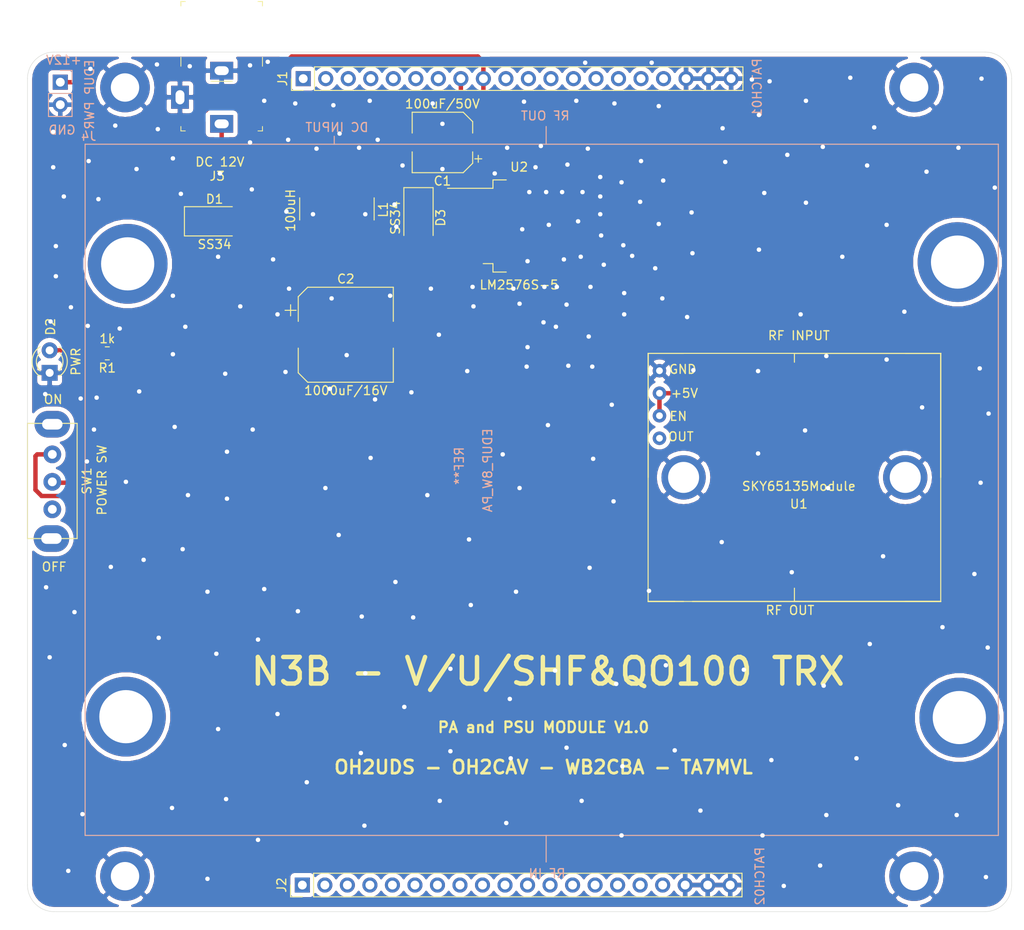
<source format=kicad_pcb>
(kicad_pcb (version 20171130) (host pcbnew "(5.1.12)-1")
  (layers (0 F.Cu signal) (31 B.Cu signal) (34 B.Paste user) (35 F.Paste user) (36 B.SilkS user) (37 F.SilkS user) (38 B.Mask user) (39 F.Mask user) (44 Edge.Cuts user))
  (net 0 "")
  (net 1 GNDPWR)
  (net 2 +5V)
  (net 3 +12V)
  (net 4 "Net-(J1-Pad7)")
  (net 5 "Net-(J1-Pad6)")
  (net 6 "Net-(J1-Pad5)")
  (net 7 "Net-(J1-Pad4)")
  (net 8 "Net-(J1-Pad3)")
  (net 9 "Net-(J1-Pad2)")
  (net 10 "Net-(J1-Pad1)")
  (net 11 "Net-(J2-Pad7)")
  (net 12 "Net-(J2-Pad6)")
  (net 13 "Net-(J2-Pad5)")
  (net 14 "Net-(J2-Pad4)")
  (net 15 "Net-(J2-Pad3)")
  (net 16 "Net-(J2-Pad2)")
  (net 17 "Net-(J2-Pad1)")
  (net 18 "Net-(J2-Pad10)")
  (net 19 "Net-(J2-Pad9)")
  (net 20 "Net-(J2-Pad8)")
  (net 21 "Net-(D1-Pad2)")
  (net 22 "Net-(D1-Pad1)")
  (net 23 "Net-(D2-Pad2)")
  (net 24 "Net-(D3-Pad1)")
  (net 25 "Net-(J1-Pad17)")
  (net 26 "Net-(J1-Pad16)")
  (net 27 "Net-(J1-Pad15)")
  (net 28 "Net-(J1-Pad14)")
  (net 29 "Net-(J1-Pad13)")
  (net 30 "Net-(J1-Pad12)")
  (net 31 "Net-(J1-Pad11)")
  (net 32 "Net-(J1-Pad10)")
  (net 33 "Net-(J2-Pad17)")
  (net 34 "Net-(J2-Pad16)")
  (net 35 "Net-(J2-Pad15)")
  (net 36 "Net-(J2-Pad14)")
  (net 37 "Net-(J2-Pad13)")
  (net 38 "Net-(J2-Pad12)")
  (net 39 "Net-(J2-Pad11)")
  (net 40 "Net-(SW1-Pad1)")
  (net 41 "Net-(U1-Pad1)")
  (module Connector_PinHeader_2.54mm:PinHeader_1x02_P2.54mm_Vertical (layer B.Cu) (at 51.7 131.4 180)
    (fp_text reference J4 (at -3.2 -6.1) (layer B.SilkS) (effects (justify mirror)))
    (fp_text value "EDUP PWR" (at -3.3 -1.4 90) (layer B.SilkS) (effects (justify mirror)))
    (fp_line (start -1.33 -3.87) (end 1.33 -3.87) (layer B.SilkS) (width 0.12))
    (fp_line (start -1.33 -1.27) (end -1.33 -3.87) (layer B.SilkS) (width 0.12))
    (fp_line (start 1.33 -1.27) (end 1.33 -3.87) (layer B.SilkS) (width 0.12))
    (fp_line (start -1.33 -1.27) (end 1.33 -1.27) (layer B.SilkS) (width 0.12))
    (fp_line (start -1.33 0) (end -1.33 1.33) (layer B.SilkS) (width 0.12))
    (fp_line (start -1.33 1.33) (end 0 1.33) (layer B.SilkS) (width 0.12))
    (pad 2 thru_hole oval (at 0 -2.54 180) (size 1.7 1.7) (drill 1) (layers *.Cu *.Mask) (net 1 GNDPWR))
    (pad 1 thru_hole rect (at 0 0 180) (size 1.7 1.7) (drill 1) (layers *.Cu *.Mask) (net 3 +12V))
  )
  (module digikey-footprints:Barrel_Jack_5.5mmODx2.1mmID_PJ-102A (layer F.Cu) (at 69.9 133.1)
    (fp_text reference J3 (at -0.5 8.9) (layer F.SilkS))
    (fp_text value PJ-102A)
    (fp_line (start 4.6 -3.5) (end 4.6 -4.5) (layer F.SilkS) (width 0.1))
    (fp_line (start -4.6 -3.5) (end -4.6 -4.5) (layer F.SilkS) (width 0.1))
    (fp_line (start 4.6 -10.8) (end 4.6 -10.3) (layer F.SilkS) (width 0.1))
    (fp_line (start 4.6 -10.8) (end 4.1 -10.8) (layer F.SilkS) (width 0.1))
    (fp_line (start -4.6 -10.8) (end -4.1 -10.8) (layer F.SilkS) (width 0.1))
    (fp_line (start -4.6 -10.8) (end -4.6 -10.3) (layer F.SilkS) (width 0.1))
    (fp_line (start -1.2 -1.8) (end 1.2 -1.8) (layer F.SilkS) (width 0.1))
    (fp_line (start -4.6 3.8) (end -4.6 3.3) (layer F.SilkS) (width 0.1))
    (fp_line (start -4.6 3.8) (end -4.1 3.8) (layer F.SilkS) (width 0.1))
    (fp_line (start 4.6 3.8) (end 4.6 3.3) (layer F.SilkS) (width 0.1))
    (fp_line (start 4.6 3.8) (end 4.1 3.8) (layer F.SilkS) (width 0.1))
    (pad 2 thru_hole rect (at 0 -3) (size 2.6 2) (drill oval 1.6 1) (layers *.Cu *.Mask) (net 1 GNDPWR))
    (pad 1 thru_hole rect (at 0 3) (size 2.6 2) (drill oval 1.6 1) (layers *.Cu *.Mask) (net 21 "Net-(D1-Pad2)"))
    (pad 3 thru_hole rect (at -4.7 0) (size 2 2.6) (drill oval 1 1.6) (layers *.Cu *.Mask) (net 1 GNDPWR))
  )
  (module Package_TO_SOT_SMD:TO-263-5_TabPin3 (layer F.Cu) (at 103.45 147.625)
    (fp_text reference U2 (at 0 -6.65) (layer F.SilkS))
    (fp_text value LM2576S-5 (at 0 6.65) (layer F.SilkS))
    (fp_line (start -1.45 -5.2) (end -2.95 -5.2) (layer F.SilkS) (width 0.12))
    (fp_line (start -2.95 -5.2) (end -2.95 -4.25) (layer F.SilkS) (width 0.12))
    (fp_line (start -2.95 -4.25) (end -8.075 -4.25) (layer F.SilkS) (width 0.12))
    (fp_line (start -1.45 5.2) (end -2.95 5.2) (layer F.SilkS) (width 0.12))
    (fp_line (start -2.95 5.2) (end -2.95 4.25) (layer F.SilkS) (width 0.12))
    (fp_line (start -2.95 4.25) (end -4.05 4.25) (layer F.SilkS) (width 0.12))
    (pad 3 smd rect (at 3.375 0) (size 9.4 10.8) (layers F.Cu F.Mask) (net 1 GNDPWR))
    (pad 5 smd rect (at -5.775 3.4) (size 4.6 1.1) (layers F.Cu F.Paste F.Mask) (net 1 GNDPWR))
    (pad 4 smd rect (at -5.775 1.7) (size 4.6 1.1) (layers F.Cu F.Paste F.Mask) (net 2 +5V))
    (pad 3 smd rect (at -5.775 0) (size 4.6 1.1) (layers F.Cu F.Paste F.Mask) (net 1 GNDPWR))
    (pad 2 smd rect (at -5.775 -1.7) (size 4.6 1.1) (layers F.Cu F.Paste F.Mask) (net 24 "Net-(D3-Pad1)"))
    (pad 1 smd rect (at -5.775 -3.4) (size 4.6 1.1) (layers F.Cu F.Paste F.Mask) (net 3 +12V))
  )
  (module "QO100 PA:SKY65135_MODULE" (layer F.Cu) (at 134 182 180)
    (fp_text reference U1 (at -1 3) (layer F.SilkS))
    (fp_text value SKY65135Module (at -1 5) (layer F.SilkS))
    (fp_text user OUT (at 12.3 10.6) (layer F.SilkS))
    (fp_text user EN (at 12.6 12.9) (layer F.SilkS))
    (fp_text user +5V (at 11.9 15.5) (layer F.SilkS))
    (fp_text user GND (at 12.1 18.2) (layer F.SilkS))
    (fp_text user "RF INPUT" (at -1 22) (layer F.SilkS))
    (fp_text user "RF OUT" (at 0 -9) (layer F.SilkS))
    (fp_line (start 16 20) (end 16 18) (layer F.SilkS) (width 0.12))
    (fp_line (start 16 -8) (end 12 -8) (layer F.SilkS) (width 0.12))
    (fp_line (start 16 -8) (end 13 -8) (layer F.SilkS) (width 0.12))
    (fp_line (start 16 20) (end 12 20) (layer F.SilkS) (width 0.12))
    (fp_line (start 16 20) (end 16 6) (layer F.SilkS) (width 0.12))
    (fp_line (start -17 -8) (end -13 -8) (layer F.SilkS) (width 0.12))
    (fp_line (start -17 20) (end -13 20) (layer F.SilkS) (width 0.12))
    (fp_line (start -17 20) (end -17 6) (layer F.SilkS) (width 0.12))
    (fp_line (start -17 20) (end -17 -8) (layer F.SilkS) (width 0.12))
    (fp_line (start 16 20) (end -17 20) (layer F.SilkS) (width 0.12))
    (fp_line (start 16 -8) (end 16 20) (layer F.SilkS) (width 0.12))
    (fp_line (start -17 -8) (end 16 -8) (layer F.SilkS) (width 0.12))
    (fp_line (start -17 -8) (end 11 -8) (layer F.SilkS) (width 0.12))
    (fp_line (start -17 -8) (end -0.5 -8) (layer F.SilkS) (width 0.12))
    (fp_line (start -17 20) (end -0.5 20) (layer F.SilkS) (width 0.12))
    (fp_line (start -17 20) (end -0.5 20) (layer F.SilkS) (width 0.12))
    (fp_line (start -0.5 20) (end -0.5 19) (layer F.SilkS) (width 0.12))
    (fp_line (start -0.5 -8) (end -0.5 -6.5) (layer F.SilkS) (width 0.12))
    (pad 4 thru_hole circle (at 14.72 18.04 180) (size 1.524 1.524) (drill 0.762) (layers *.Cu *.Mask) (net 1 GNDPWR))
    (pad 3 thru_hole circle (at 14.72 15.5 180) (size 1.524 1.524) (drill 0.762) (layers *.Cu *.Mask) (net 2 +5V))
    (pad 2 thru_hole circle (at 14.72 12.96 180) (size 1.524 1.524) (drill 0.762) (layers *.Cu *.Mask) (net 2 +5V))
    (pad 1 thru_hole circle (at 14.72 10.42 180) (size 1.524 1.524) (drill 0.762) (layers *.Cu *.Mask) (net 41 "Net-(U1-Pad1)"))
    (pad 5 thru_hole circle (at -13 6 180) (size 5 5) (drill 3.5) (layers *.Cu *.Mask) (net 1 GNDPWR))
    (pad 6 thru_hole circle (at 12 6 180) (size 5 5) (drill 3.5) (layers *.Cu *.Mask) (net 1 GNDPWR))
  )
  (module "EG1206 SWITCH:EG1206" (layer F.Cu) (at 51 176.1 90)
    (fp_text reference SW1 (at -0.3 3.7 90) (layer F.SilkS))
    (fp_text value "POWER SW" (at -0.2 5.4 90) (layer F.SilkS))
    (fp_line (start -6.8 2.6) (end -6.8 -3) (layer F.SilkS) (width 0.12))
    (fp_line (start -6.8 -3) (end 6.2 -3) (layer F.SilkS) (width 0.12))
    (fp_line (start 6.2 -3) (end 6.2 2.6) (layer F.SilkS) (width 0.12))
    (fp_line (start -6.8 2.6) (end 6.2 2.6) (layer F.SilkS) (width 0.12))
    (pad 3 thru_hole oval (at 2.7 -0.2 90) (size 2 2) (drill oval 1) (layers *.Cu *.Mask) (net 22 "Net-(D1-Pad1)"))
    (pad 2 thru_hole oval (at -0.4 -0.2 90) (size 2 2) (drill oval 1) (layers *.Cu *.Mask) (net 3 +12V))
    (pad 1 thru_hole oval (at -3.5 -0.2 90) (size 2 2) (drill oval 1) (layers *.Cu *.Mask) (net 40 "Net-(SW1-Pad1)"))
    (pad "" thru_hole oval (at -6.8 -0.3 90) (size 3 4) (drill oval 1.2 2.3) (layers *.Cu *.Mask))
    (pad "" thru_hole oval (at 6.1 -0.2 90) (size 3 4) (drill oval 1.2 2.3) (layers *.Cu *.Mask))
  )
  (module Resistor_SMD:R_0805_2012Metric (layer F.Cu) (at 57 162 180)
    (fp_text reference R1 (at 0 -1.65) (layer F.SilkS))
    (fp_text value 1k (at 0 1.65) (layer F.SilkS))
    (fp_line (start -0.227064 -0.735) (end 0.227064 -0.735) (layer F.SilkS) (width 0.12))
    (fp_line (start -0.227064 0.735) (end 0.227064 0.735) (layer F.SilkS) (width 0.12))
    (pad 2 smd roundrect (at 0.9125 0 180) (size 1.025 1.4) (layers F.Cu F.Paste F.Mask) (roundrect_rratio 0.243902) (net 23 "Net-(D2-Pad2)"))
    (pad 1 smd roundrect (at -0.9125 0 180) (size 1.025 1.4) (layers F.Cu F.Paste F.Mask) (roundrect_rratio 0.243902) (net 3 +12V))
  )
  (module ADX_FOOTPRINT_LIBRARY:L_Bourns-SRN8040_8x8.15mm-MOD (layer F.Cu) (at 82.9 145.7 270)
    (fp_text reference L1 (at 0.09 -5.23 90) (layer F.SilkS))
    (fp_text value 100uH (at 0.17 5.23 90) (layer F.SilkS))
    (fp_line (start 1.25 -4.2) (end -1.25 -4.2) (layer F.SilkS) (width 0.12))
    (fp_line (start -1.25 4.2) (end 1.25 4.2) (layer F.SilkS) (width 0.12))
    (pad 2 smd rect (at 4.2 0 270) (size 5 9.5) (layers F.Cu F.Paste F.Mask) (net 2 +5V))
    (pad 1 smd rect (at -3 0 270) (size 5 9.5) (layers F.Cu F.Paste F.Mask) (net 24 "Net-(D3-Pad1)"))
  )
  (module Diode_SMD:D_SMA (layer F.Cu) (at 92.1 146.7 270)
    (fp_text reference D3 (at 0 -2.5 90) (layer F.SilkS))
    (fp_text value SS34 (at 0 2.6 90) (layer F.SilkS))
    (fp_line (start -3.4 -1.65) (end -3.4 1.65) (layer F.SilkS) (width 0.12))
    (fp_line (start -3.4 1.65) (end 2 1.65) (layer F.SilkS) (width 0.12))
    (fp_line (start -3.4 -1.65) (end 2 -1.65) (layer F.SilkS) (width 0.12))
    (pad 2 smd rect (at 2 0 270) (size 2.5 1.8) (layers F.Cu F.Paste F.Mask) (net 1 GNDPWR))
    (pad 1 smd rect (at -2 0 270) (size 2.5 1.8) (layers F.Cu F.Paste F.Mask) (net 24 "Net-(D3-Pad1)"))
  )
  (module LED_THT:LED_D3.0mm (layer F.Cu) (at 50.5 164.2 90)
    (fp_text reference D2 (at 5.2 0.1 90) (layer F.SilkS))
    (fp_text value PWR (at 1.27 2.96 90) (layer F.SilkS))
    (fp_arc (start 1.27 0) (end 0.229039 1.08) (angle -87.9) (layer F.SilkS) (width 0.12))
    (fp_arc (start 1.27 0) (end 0.229039 -1.08) (angle 87.9) (layer F.SilkS) (width 0.12))
    (fp_arc (start 1.27 0) (end -0.29 1.235516) (angle -108.8) (layer F.SilkS) (width 0.12))
    (fp_arc (start 1.27 0) (end -0.29 -1.235516) (angle 108.8) (layer F.SilkS) (width 0.12))
    (fp_line (start -0.29 -1.236) (end -0.29 -1.08) (layer F.SilkS) (width 0.12))
    (fp_line (start -0.29 1.08) (end -0.29 1.236) (layer F.SilkS) (width 0.12))
    (pad 2 thru_hole circle (at 2.54 0 90) (size 1.8 1.8) (drill 0.9) (layers *.Cu *.Mask) (net 23 "Net-(D2-Pad2)"))
    (pad 1 thru_hole rect (at 0 0 90) (size 1.8 1.8) (drill 0.9) (layers *.Cu *.Mask) (net 1 GNDPWR))
  )
  (module Diode_SMD:D_SMA (layer F.Cu) (at 69.1 147.1)
    (fp_text reference D1 (at 0 -2.5) (layer F.SilkS))
    (fp_text value SS34 (at 0 2.6) (layer F.SilkS))
    (fp_line (start -3.4 -1.65) (end -3.4 1.65) (layer F.SilkS) (width 0.12))
    (fp_line (start -3.4 1.65) (end 2 1.65) (layer F.SilkS) (width 0.12))
    (fp_line (start -3.4 -1.65) (end 2 -1.65) (layer F.SilkS) (width 0.12))
    (pad 2 smd rect (at 2 0) (size 2.5 1.8) (layers F.Cu F.Paste F.Mask) (net 21 "Net-(D1-Pad2)"))
    (pad 1 smd rect (at -2 0) (size 2.5 1.8) (layers F.Cu F.Paste F.Mask) (net 22 "Net-(D1-Pad1)"))
  )
  (module Capacitor_SMD:CP_Elec_10x10.5 (layer F.Cu) (at 83.9 159.9)
    (fp_text reference C2 (at 0 -6.3) (layer F.SilkS))
    (fp_text value 1000uF/16V (at 0 6.3) (layer F.SilkS))
    (fp_line (start 5.36 5.36) (end 5.36 1.51) (layer F.SilkS) (width 0.12))
    (fp_line (start 5.36 -5.36) (end 5.36 -1.51) (layer F.SilkS) (width 0.12))
    (fp_line (start -4.295563 -5.36) (end 5.36 -5.36) (layer F.SilkS) (width 0.12))
    (fp_line (start -4.295563 5.36) (end 5.36 5.36) (layer F.SilkS) (width 0.12))
    (fp_line (start -5.36 4.295563) (end -5.36 1.51) (layer F.SilkS) (width 0.12))
    (fp_line (start -5.36 -4.295563) (end -5.36 -1.51) (layer F.SilkS) (width 0.12))
    (fp_line (start -5.36 -4.295563) (end -4.295563 -5.36) (layer F.SilkS) (width 0.12))
    (fp_line (start -5.36 4.295563) (end -4.295563 5.36) (layer F.SilkS) (width 0.12))
    (fp_line (start -6.85 -2.76) (end -5.6 -2.76) (layer F.SilkS) (width 0.12))
    (fp_line (start -6.225 -3.385) (end -6.225 -2.135) (layer F.SilkS) (width 0.12))
    (pad 2 smd roundrect (at 4.2 0) (size 4.4 2.5) (layers F.Cu F.Paste F.Mask) (roundrect_rratio 0.1) (net 1 GNDPWR))
    (pad 1 smd roundrect (at -4.2 0) (size 4.4 2.5) (layers F.Cu F.Paste F.Mask) (roundrect_rratio 0.1) (net 2 +5V))
  )
  (module Capacitor_SMD:CP_Elec_6.3x7.7 (layer F.Cu) (at 94.8 138.2 180)
    (fp_text reference C1 (at 0 -4.35) (layer F.SilkS))
    (fp_text value 100uF/50V (at 0 4.35) (layer F.SilkS))
    (fp_line (start 3.41 3.41) (end 3.41 1.06) (layer F.SilkS) (width 0.12))
    (fp_line (start 3.41 -3.41) (end 3.41 -1.06) (layer F.SilkS) (width 0.12))
    (fp_line (start -2.345563 -3.41) (end 3.41 -3.41) (layer F.SilkS) (width 0.12))
    (fp_line (start -2.345563 3.41) (end 3.41 3.41) (layer F.SilkS) (width 0.12))
    (fp_line (start -3.41 2.345563) (end -3.41 1.06) (layer F.SilkS) (width 0.12))
    (fp_line (start -3.41 -2.345563) (end -3.41 -1.06) (layer F.SilkS) (width 0.12))
    (fp_line (start -3.41 -2.345563) (end -2.345563 -3.41) (layer F.SilkS) (width 0.12))
    (fp_line (start -3.41 2.345563) (end -2.345563 3.41) (layer F.SilkS) (width 0.12))
    (fp_line (start -4.4375 -1.8475) (end -3.65 -1.8475) (layer F.SilkS) (width 0.12))
    (fp_line (start -4.04375 -2.24125) (end -4.04375 -1.45375) (layer F.SilkS) (width 0.12))
    (pad 2 smd roundrect (at 2.7 0 180) (size 3.5 1.6) (layers F.Cu F.Paste F.Mask) (roundrect_rratio 0.15625) (net 1 GNDPWR))
    (pad 1 smd roundrect (at -2.7 0 180) (size 3.5 1.6) (layers F.Cu F.Paste F.Mask) (roundrect_rratio 0.15625) (net 3 +12V))
  )
  (module "QO100 PA:EDUP_8W_PA" (layer B.Cu) (at 99.9 175.2 180)
    (fp_text reference REF** (at 3.2 0.5 270) (layer B.SilkS) (effects (justify mirror)))
    (fp_text value EDUP_8W_PA (at 0 0 270) (layer B.SilkS) (effects (justify mirror)))
    (fp_line (start 17.3 37.7) (end 17.3 36.8) (layer B.SilkS) (width 0.12))
    (fp_line (start 45.4 -41.2) (end -57.6 -41.2) (layer B.SilkS) (width 0.12))
    (fp_line (start -57.6 -41.2) (end -57.6 36.8) (layer B.SilkS) (width 0.12))
    (fp_line (start -57.6 36.8) (end 45.4 36.8) (layer B.SilkS) (width 0.12))
    (fp_line (start 45.4 36.8) (end 45.4 -41.2) (layer B.SilkS) (width 0.12))
    (fp_line (start -6.6 -41.2) (end -6.6 -44.2) (layer B.SilkS) (width 0.12))
    (fp_line (start -6.6 38.8) (end -6.6 36.8) (layer B.SilkS) (width 0.12))
    (fp_text user "DC INPUT" (at 17 38.7) (layer B.SilkS) (effects (justify mirror)))
    (fp_text user "RF OUT" (at -6.5 40) (layer B.SilkS) (effects (justify mirror)))
    (fp_text user "RF IN" (at -6.7 -45.5) (layer B.SilkS) (effects (justify mirror)))
    (pad 4 thru_hole circle (at -53.2 -27.9 180) (size 9 9) (drill 6) (layers *.Cu *.Mask))
    (pad 3 thru_hole circle (at -53 23.5 180) (size 9 9) (drill 6) (layers *.Cu *.Mask))
    (pad 2 thru_hole circle (at 40.8 -27.8 180) (size 9 9) (drill 6) (layers *.Cu *.Mask))
    (pad 1 thru_hole circle (at 40.6 23.3 180) (size 9 9) (drill 6) (layers *.Cu *.Mask))
  )
  (module Connector_PinHeader_2.54mm:PinHeader_1x20_P2.54mm_Vertical (layer F.Cu) (at 79 222 90)
    (fp_text reference J2 (at 0 -2.33 90) (layer F.SilkS))
    (fp_text value PATCH02 (at 1 51.6 90) (layer B.SilkS) (effects (justify mirror)))
    (fp_line (start -1.33 -1.33) (end 0 -1.33) (layer F.SilkS) (width 0.12))
    (fp_line (start -1.33 0) (end -1.33 -1.33) (layer F.SilkS) (width 0.12))
    (fp_line (start -1.33 1.27) (end 1.33 1.27) (layer F.SilkS) (width 0.12))
    (fp_line (start 1.33 1.27) (end 1.33 49.59) (layer F.SilkS) (width 0.12))
    (fp_line (start -1.33 1.27) (end -1.33 49.59) (layer F.SilkS) (width 0.12))
    (fp_line (start -1.33 49.59) (end 1.33 49.59) (layer F.SilkS) (width 0.12))
    (pad 20 thru_hole oval (at 0 48.26 90) (size 1.7 1.7) (drill 1) (layers *.Cu *.Mask) (net 1 GNDPWR))
    (pad 19 thru_hole oval (at 0 45.72 90) (size 1.7 1.7) (drill 1) (layers *.Cu *.Mask) (net 1 GNDPWR))
    (pad 18 thru_hole oval (at 0 43.18 90) (size 1.7 1.7) (drill 1) (layers *.Cu *.Mask) (net 1 GNDPWR))
    (pad 17 thru_hole oval (at 0 40.64 90) (size 1.7 1.7) (drill 1) (layers *.Cu *.Mask) (net 33 "Net-(J2-Pad17)"))
    (pad 16 thru_hole oval (at 0 38.1 90) (size 1.7 1.7) (drill 1) (layers *.Cu *.Mask) (net 34 "Net-(J2-Pad16)"))
    (pad 15 thru_hole oval (at 0 35.56 90) (size 1.7 1.7) (drill 1) (layers *.Cu *.Mask) (net 35 "Net-(J2-Pad15)"))
    (pad 14 thru_hole oval (at 0 33.02 90) (size 1.7 1.7) (drill 1) (layers *.Cu *.Mask) (net 36 "Net-(J2-Pad14)"))
    (pad 13 thru_hole oval (at 0 30.48 90) (size 1.7 1.7) (drill 1) (layers *.Cu *.Mask) (net 37 "Net-(J2-Pad13)"))
    (pad 12 thru_hole oval (at 0 27.94 90) (size 1.7 1.7) (drill 1) (layers *.Cu *.Mask) (net 38 "Net-(J2-Pad12)"))
    (pad 11 thru_hole oval (at 0 25.4 90) (size 1.7 1.7) (drill 1) (layers *.Cu *.Mask) (net 39 "Net-(J2-Pad11)"))
    (pad 10 thru_hole oval (at 0 22.86 90) (size 1.7 1.7) (drill 1) (layers *.Cu *.Mask) (net 18 "Net-(J2-Pad10)"))
    (pad 9 thru_hole oval (at 0 20.32 90) (size 1.7 1.7) (drill 1) (layers *.Cu *.Mask) (net 19 "Net-(J2-Pad9)"))
    (pad 8 thru_hole oval (at 0 17.78 90) (size 1.7 1.7) (drill 1) (layers *.Cu *.Mask) (net 20 "Net-(J2-Pad8)"))
    (pad 7 thru_hole oval (at 0 15.24 90) (size 1.7 1.7) (drill 1) (layers *.Cu *.Mask) (net 11 "Net-(J2-Pad7)"))
    (pad 6 thru_hole oval (at 0 12.7 90) (size 1.7 1.7) (drill 1) (layers *.Cu *.Mask) (net 12 "Net-(J2-Pad6)"))
    (pad 5 thru_hole oval (at 0 10.16 90) (size 1.7 1.7) (drill 1) (layers *.Cu *.Mask) (net 13 "Net-(J2-Pad5)"))
    (pad 4 thru_hole oval (at 0 7.62 90) (size 1.7 1.7) (drill 1) (layers *.Cu *.Mask) (net 14 "Net-(J2-Pad4)"))
    (pad 3 thru_hole oval (at 0 5.08 90) (size 1.7 1.7) (drill 1) (layers *.Cu *.Mask) (net 15 "Net-(J2-Pad3)"))
    (pad 2 thru_hole oval (at 0 2.54 90) (size 1.7 1.7) (drill 1) (layers *.Cu *.Mask) (net 16 "Net-(J2-Pad2)"))
    (pad 1 thru_hole rect (at 0 0 90) (size 1.7 1.7) (drill 1) (layers *.Cu *.Mask) (net 17 "Net-(J2-Pad1)"))
  )
  (module Connector_PinHeader_2.54mm:PinHeader_1x20_P2.54mm_Vertical (layer F.Cu) (at 79.1 131 90)
    (fp_text reference J1 (at 0 -2.33 90) (layer F.SilkS))
    (fp_text value PATCH01 (at -1 51.2 90) (layer B.SilkS) (effects (justify mirror)))
    (fp_line (start -1.33 -1.33) (end 0 -1.33) (layer F.SilkS) (width 0.12))
    (fp_line (start -1.33 0) (end -1.33 -1.33) (layer F.SilkS) (width 0.12))
    (fp_line (start -1.33 1.27) (end 1.33 1.27) (layer F.SilkS) (width 0.12))
    (fp_line (start 1.33 1.27) (end 1.33 49.59) (layer F.SilkS) (width 0.12))
    (fp_line (start -1.33 1.27) (end -1.33 49.59) (layer F.SilkS) (width 0.12))
    (fp_line (start -1.33 49.59) (end 1.33 49.59) (layer F.SilkS) (width 0.12))
    (pad 20 thru_hole oval (at 0 48.26 90) (size 1.7 1.7) (drill 1) (layers *.Cu *.Mask) (net 1 GNDPWR))
    (pad 19 thru_hole oval (at 0 45.72 90) (size 1.7 1.7) (drill 1) (layers *.Cu *.Mask) (net 1 GNDPWR))
    (pad 18 thru_hole oval (at 0 43.18 90) (size 1.7 1.7) (drill 1) (layers *.Cu *.Mask) (net 1 GNDPWR))
    (pad 17 thru_hole oval (at 0 40.64 90) (size 1.7 1.7) (drill 1) (layers *.Cu *.Mask) (net 25 "Net-(J1-Pad17)"))
    (pad 16 thru_hole oval (at 0 38.1 90) (size 1.7 1.7) (drill 1) (layers *.Cu *.Mask) (net 26 "Net-(J1-Pad16)"))
    (pad 15 thru_hole oval (at 0 35.56 90) (size 1.7 1.7) (drill 1) (layers *.Cu *.Mask) (net 27 "Net-(J1-Pad15)"))
    (pad 14 thru_hole oval (at 0 33.02 90) (size 1.7 1.7) (drill 1) (layers *.Cu *.Mask) (net 28 "Net-(J1-Pad14)"))
    (pad 13 thru_hole oval (at 0 30.48 90) (size 1.7 1.7) (drill 1) (layers *.Cu *.Mask) (net 29 "Net-(J1-Pad13)"))
    (pad 12 thru_hole oval (at 0 27.94 90) (size 1.7 1.7) (drill 1) (layers *.Cu *.Mask) (net 30 "Net-(J1-Pad12)"))
    (pad 11 thru_hole oval (at 0 25.4 90) (size 1.7 1.7) (drill 1) (layers *.Cu *.Mask) (net 31 "Net-(J1-Pad11)"))
    (pad 10 thru_hole oval (at 0 22.86 90) (size 1.7 1.7) (drill 1) (layers *.Cu *.Mask) (net 32 "Net-(J1-Pad10)"))
    (pad 9 thru_hole oval (at 0 20.32 90) (size 1.7 1.7) (drill 1) (layers *.Cu *.Mask) (net 2 +5V))
    (pad 8 thru_hole oval (at 0 17.78 90) (size 1.7 1.7) (drill 1) (layers *.Cu *.Mask) (net 3 +12V))
    (pad 7 thru_hole oval (at 0 15.24 90) (size 1.7 1.7) (drill 1) (layers *.Cu *.Mask) (net 4 "Net-(J1-Pad7)"))
    (pad 6 thru_hole oval (at 0 12.7 90) (size 1.7 1.7) (drill 1) (layers *.Cu *.Mask) (net 5 "Net-(J1-Pad6)"))
    (pad 5 thru_hole oval (at 0 10.16 90) (size 1.7 1.7) (drill 1) (layers *.Cu *.Mask) (net 6 "Net-(J1-Pad5)"))
    (pad 4 thru_hole oval (at 0 7.62 90) (size 1.7 1.7) (drill 1) (layers *.Cu *.Mask) (net 7 "Net-(J1-Pad4)"))
    (pad 3 thru_hole oval (at 0 5.08 90) (size 1.7 1.7) (drill 1) (layers *.Cu *.Mask) (net 8 "Net-(J1-Pad3)"))
    (pad 2 thru_hole oval (at 0 2.54 90) (size 1.7 1.7) (drill 1) (layers *.Cu *.Mask) (net 9 "Net-(J1-Pad2)"))
    (pad 1 thru_hole rect (at 0 0 90) (size 1.7 1.7) (drill 1) (layers *.Cu *.Mask) (net 10 "Net-(J1-Pad1)"))
  )
  (module MountingHole:MountingHole_3.2mm_M3_DIN965_Pad (layer F.Cu) (at 148 221)
    (fp_text reference H4 hide)
    (fp_text value MountingHole_Pad)
    (pad 1 thru_hole circle (at 0 0) (size 5.6 5.6) (drill 3.2) (layers *.Cu *.Mask) (net 1 GNDPWR))
  )
  (module MountingHole:MountingHole_3.2mm_M3_DIN965_Pad (layer F.Cu) (at 59 221)
    (fp_text reference H3 hide)
    (fp_text value MountingHole_Pad)
    (pad 1 thru_hole circle (at 0 0) (size 5.6 5.6) (drill 3.2) (layers *.Cu *.Mask) (net 1 GNDPWR))
  )
  (module MountingHole:MountingHole_3.2mm_M3_DIN965_Pad (layer F.Cu) (at 148 132)
    (fp_text reference H2 hide)
    (fp_text value MountingHole_Pad)
    (pad 1 thru_hole circle (at 0 0) (size 5.6 5.6) (drill 3.2) (layers *.Cu *.Mask) (net 1 GNDPWR))
  )
  (module MountingHole:MountingHole_3.2mm_M3_DIN965_Pad (layer F.Cu) (at 59 132)
    (fp_text reference H1 hide)
    (fp_text value MountingHole_Pad)
    (pad 1 thru_hole circle (at 0 0) (size 5.6 5.6) (drill 3.2) (layers *.Cu *.Mask) (net 1 GNDPWR))
  )
  (gr_text OFF (at 51 186.1) (layer F.SilkS) (effects (font (size 1 1))))
  (gr_text ON (at 50.9 167.2) (layer F.SilkS) (effects (font (size 1 1))))
  (gr_text GND (at 51.9 136.8) (layer B.SilkS) (effects (font (size 1 1)) (justify mirror)))
  (gr_text +12V (at 52.1 128.9) (layer B.SilkS) (effects (font (size 1 1)) (justify mirror)))
  (gr_line (start 159 222) (end 159 131) (layer Edge.Cuts) (width 0.05))
  (gr_line (start 156 225) (end 51 225) (layer Edge.Cuts) (width 0.05))
  (gr_line (start 48 222) (end 48 131) (layer Edge.Cuts) (width 0.05))
  (gr_line (start 156 128) (end 51 128) (layer Edge.Cuts) (width 0.05))
  (gr_text "OH2UDS - OH2CAV - WB2CBA - TA7MVL" (at 106.2 208.7) (layer F.SilkS) (effects (font (size 1.5 1.5) (thickness 0.3))))
  (gr_text "PA and PSU MODULE V1.0" (at 106.2 204.2) (layer F.SilkS) (effects (font (size 1.2 1.2) (thickness 0.25))))
  (gr_text "N3B - V/U/SHF&QO100 TRX" (at 106.7 197.9) (layer F.SilkS) (effects (font (size 3 3) (thickness 0.5))))
  (gr_text "DC 12V" (at 69.7 140.4) (layer F.SilkS) (effects (font (size 1 1))))
  (gr_arc (start 51 222) (end 48 222) (angle -90) (layer Edge.Cuts) (width 0.05))
  (gr_arc (start 156 222) (end 156 225) (angle -90) (layer Edge.Cuts) (width 0.05))
  (gr_arc (start 156 131) (end 159 131) (angle -90) (layer Edge.Cuts) (width 0.05))
  (gr_arc (start 51 131) (end 51 128) (angle -90) (layer Edge.Cuts) (width 0.05))
  (via (at 106.8 147.5) (size 1) (drill 0.5) (layers F.Cu B.Cu) (net 1))
  (via (at 103.8 148) (size 1) (drill 0.5) (layers F.Cu B.Cu) (net 1))
  (via (at 106.5 143.8) (size 1) (drill 0.5) (layers F.Cu B.Cu) (net 1))
  (via (at 110.6 143.8) (size 1) (drill 0.5) (layers F.Cu B.Cu) (net 1))
  (via (at 110.4 151.1) (size 1) (drill 0.5) (layers F.Cu B.Cu) (net 1))
  (via (at 104.4 151.6) (size 1) (drill 0.5) (layers F.Cu B.Cu) (net 1))
  (via (at 108.5 151.4) (size 1) (drill 0.5) (layers F.Cu B.Cu) (net 1))
  (via (at 110.1 147.1) (size 1) (drill 0.5) (layers F.Cu B.Cu) (net 1))
  (via (at 108.3 143.8) (size 1) (drill 0.5) (layers F.Cu B.Cu) (net 1))
  (via (at 104.6 143.8) (size 1) (drill 0.5) (layers F.Cu B.Cu) (net 1))
  (via (at 78.2 133.8) (size 1) (drill 0.5) (layers F.Cu B.Cu) (net 1))
  (via (at 86.6 133.5) (size 1) (drill 0.5) (layers F.Cu B.Cu) (net 1))
  (via (at 83.2 137.2) (size 1) (drill 0.5) (layers F.Cu B.Cu) (net 1))
  (via (at 93.7 133.8) (size 1) (drill 0.5) (layers F.Cu B.Cu) (net 1))
  (via (at 94.8 141.2) (size 1) (drill 0.5) (layers F.Cu B.Cu) (net 1))
  (via (at 89.4 145.2) (size 1) (drill 0.5) (layers F.Cu B.Cu) (net 1))
  (via (at 89.6 147.7) (size 1) (drill 0.5) (layers F.Cu B.Cu) (net 1))
  (via (at 77.4 137.9) (size 1) (drill 0.5) (layers F.Cu B.Cu) (net 1))
  (via (at 75.7 151.4) (size 1) (drill 0.5) (layers F.Cu B.Cu) (net 1))
  (via (at 77.5 154.7) (size 1) (drill 0.5) (layers F.Cu B.Cu) (net 1))
  (via (at 76.2 157.6) (size 1) (drill 0.5) (layers F.Cu B.Cu) (net 1))
  (via (at 77.1 164.1) (size 1) (drill 0.5) (layers F.Cu B.Cu) (net 1))
  (via (at 82.1 166) (size 1) (drill 0.5) (layers F.Cu B.Cu) (net 1))
  (via (at 91.3 166.4) (size 1) (drill 0.5) (layers F.Cu B.Cu) (net 1))
  (via (at 97.6 164) (size 1) (drill 0.5) (layers F.Cu B.Cu) (net 1))
  (via (at 98.3 156.7) (size 1) (drill 0.5) (layers F.Cu B.Cu) (net 1))
  (via (at 94.4 159.9) (size 1) (drill 0.5) (layers F.Cu B.Cu) (net 1))
  (via (at 93.5 154.7) (size 1) (drill 0.5) (layers F.Cu B.Cu) (net 1))
  (via (at 82.3 155.8) (size 1) (drill 0.5) (layers F.Cu B.Cu) (net 1))
  (via (at 88.9 155.5) (size 1) (drill 0.5) (layers F.Cu B.Cu) (net 1))
  (via (at 84 162.2) (size 1) (drill 0.5) (layers F.Cu B.Cu) (net 1))
  (via (at 87.2 167.2) (size 1) (drill 0.5) (layers F.Cu B.Cu) (net 1))
  (via (at 103.5 156.4) (size 1) (drill 0.5) (layers F.Cu B.Cu) (net 1))
  (via (at 108.8 156.5) (size 1) (drill 0.5) (layers F.Cu B.Cu) (net 1))
  (via (at 119.6 155.8) (size 1) (drill 0.5) (layers F.Cu B.Cu) (net 1))
  (via (at 119.2 147.4) (size 1) (drill 0.5) (layers F.Cu B.Cu) (net 1))
  (via (at 117.2 140.3) (size 1) (drill 0.5) (layers F.Cu B.Cu) (net 1))
  (via (at 105.9 138.6) (size 1) (drill 0.5) (layers F.Cu B.Cu) (net 1))
  (via (at 104 133.6) (size 1) (drill 0.5) (layers F.Cu B.Cu) (net 1))
  (via (at 109.9 133.5) (size 1) (drill 0.5) (layers F.Cu B.Cu) (net 1))
  (via (at 119.2 134.1) (size 1) (drill 0.5) (layers F.Cu B.Cu) (net 1))
  (via (at 126.7 140.4) (size 1) (drill 0.5) (layers F.Cu B.Cu) (net 1))
  (via (at 130.5 150.3) (size 1) (drill 0.5) (layers F.Cu B.Cu) (net 1))
  (via (at 104.3 163.5) (size 1) (drill 0.5) (layers F.Cu B.Cu) (net 1))
  (via (at 111.7 163.5) (size 1) (drill 0.5) (layers F.Cu B.Cu) (net 1))
  (via (at 115.3 157.6) (size 1) (drill 0.5) (layers F.Cu B.Cu) (net 1))
  (via (at 69.5 151.1) (size 1) (drill 0.5) (layers F.Cu B.Cu) (net 1))
  (via (at 72 156.7) (size 1) (drill 0.5) (layers F.Cu B.Cu) (net 1))
  (via (at 70.3 164.3) (size 1) (drill 0.5) (layers F.Cu B.Cu) (net 1))
  (via (at 73.4 170.6) (size 1) (drill 0.5) (layers F.Cu B.Cu) (net 1))
  (via (at 81.6 177.2) (size 1) (drill 0.5) (layers F.Cu B.Cu) (net 1))
  (via (at 93.1 178) (size 1) (drill 0.5) (layers F.Cu B.Cu) (net 1))
  (via (at 103.5 177.2) (size 1) (drill 0.5) (layers F.Cu B.Cu) (net 1))
  (via (at 111.8 173.9) (size 1) (drill 0.5) (layers F.Cu B.Cu) (net 1))
  (via (at 73.1 138.2) (size 1) (drill 0.5) (layers F.Cu B.Cu) (net 1))
  (via (at 73.3 143.5) (size 1) (drill 0.5) (layers F.Cu B.Cu) (net 1))
  (via (at 64.4 140) (size 1) (drill 0.5) (layers F.Cu B.Cu) (net 1))
  (via (at 69.7 141.7) (size 1) (drill 0.5) (layers F.Cu B.Cu) (net 1))
  (via (at 65.3 144) (size 1) (drill 0.5) (layers F.Cu B.Cu) (net 1))
  (via (at 57.9 136.3) (size 1) (drill 0.5) (layers F.Cu B.Cu) (net 1))
  (via (at 62.7 136.7) (size 1) (drill 0.5) (layers F.Cu B.Cu) (net 1))
  (via (at 62.6 129.4) (size 1) (drill 0.5) (layers F.Cu B.Cu) (net 1))
  (via (at 66.3 129.6) (size 1) (drill 0.5) (layers F.Cu B.Cu) (net 1))
  (via (at 73.1 129.5) (size 1) (drill 0.5) (layers F.Cu B.Cu) (net 1))
  (via (at 74.7 133.5) (size 1) (drill 0.5) (layers F.Cu B.Cu) (net 1))
  (via (at 50.9 137) (size 1) (drill 0.5) (layers F.Cu B.Cu) (net 1))
  (via (at 60.3 141.2) (size 1) (drill 0.5) (layers F.Cu B.Cu) (net 1))
  (via (at 52.1 144.3) (size 1) (drill 0.5) (layers F.Cu B.Cu) (net 1))
  (via (at 51.2 153.3) (size 1) (drill 0.5) (layers F.Cu B.Cu) (net 1))
  (via (at 55.1 129.9) (size 1) (drill 0.5) (layers F.Cu B.Cu) (net 1))
  (via (at 52.9 156.8) (size 1) (drill 0.5) (layers F.Cu B.Cu) (net 1))
  (via (at 58.4 159.2) (size 1) (drill 0.5) (layers F.Cu B.Cu) (net 1))
  (via (at 64.4 162.1) (size 1) (drill 0.5) (layers F.Cu B.Cu) (net 1))
  (via (at 60.6 166.3) (size 1) (drill 0.5) (layers F.Cu B.Cu) (net 1))
  (via (at 64.6 170.3) (size 1) (drill 0.5) (layers F.Cu B.Cu) (net 1))
  (via (at 59.1 176.5) (size 1) (drill 0.5) (layers F.Cu B.Cu) (net 1))
  (via (at 54.7 174.2) (size 1) (drill 0.5) (layers F.Cu B.Cu) (net 1))
  (via (at 55.5 170.6) (size 1) (drill 0.5) (layers F.Cu B.Cu) (net 1))
  (via (at 55.8 167) (size 1) (drill 0.5) (layers F.Cu B.Cu) (net 1))
  (via (at 54 167.1) (size 1) (drill 0.5) (layers F.Cu B.Cu) (net 1))
  (via (at 50 166.6) (size 1) (drill 0.5) (layers F.Cu B.Cu) (net 1))
  (via (at 100.7 141.7) (size 1) (drill 0.5) (layers F.Cu B.Cu) (net 1))
  (via (at 111.2 138.9) (size 1) (drill 0.5) (layers F.Cu B.Cu) (net 1))
  (via (at 115.2 149.8) (size 1) (drill 0.5) (layers F.Cu B.Cu) (net 1))
  (via (at 123 150.7) (size 1) (drill 0.5) (layers F.Cu B.Cu) (net 1))
  (via (at 130.4 164) (size 1) (drill 0.5) (layers F.Cu B.Cu) (net 1))
  (via (at 138.1 162.3) (size 1) (drill 0.5) (layers F.Cu B.Cu) (net 1))
  (via (at 144.9 162.7) (size 1) (drill 0.5) (layers F.Cu B.Cu) (net 1))
  (via (at 155.4 163.7) (size 1) (drill 0.5) (layers F.Cu B.Cu) (net 1))
  (via (at 139.9 151.1) (size 1) (drill 0.5) (layers F.Cu B.Cu) (net 1))
  (via (at 142.7 140.8) (size 1) (drill 0.5) (layers F.Cu B.Cu) (net 1))
  (via (at 133.7 139.6) (size 1) (drill 0.5) (layers F.Cu B.Cu) (net 1))
  (via (at 153 138.8) (size 1) (drill 0.5) (layers F.Cu B.Cu) (net 1))
  (via (at 131.7 131.3) (size 1) (drill 0.5) (layers F.Cu B.Cu) (net 1))
  (via (at 140.8 130.9) (size 1) (drill 0.5) (layers F.Cu B.Cu) (net 1))
  (via (at 137.7 138.7) (size 1) (drill 0.5) (layers F.Cu B.Cu) (net 1))
  (via (at 155.6 131) (size 1) (drill 0.5) (layers F.Cu B.Cu) (net 1))
  (via (at 146.9 157.3) (size 1) (drill 0.5) (layers F.Cu B.Cu) (net 1))
  (via (at 135.2 157.6) (size 1) (drill 0.5) (layers F.Cu B.Cu) (net 1))
  (via (at 135.8 145) (size 1) (drill 0.5) (layers F.Cu B.Cu) (net 1))
  (via (at 135.7 170.7) (size 1) (drill 0.5) (layers F.Cu B.Cu) (net 1))
  (via (at 144.5 184.9) (size 1) (drill 0.5) (layers F.Cu B.Cu) (net 1))
  (via (at 155.5 176.6) (size 1) (drill 0.5) (layers F.Cu B.Cu) (net 1))
  (via (at 154.8 186.9) (size 1) (drill 0.5) (layers F.Cu B.Cu) (net 1))
  (via (at 143 194.8) (size 1) (drill 0.5) (layers F.Cu B.Cu) (net 1))
  (via (at 128.8 197.7) (size 1) (drill 0.5) (layers F.Cu B.Cu) (net 1))
  (via (at 134.2 186.7) (size 1) (drill 0.5) (layers F.Cu B.Cu) (net 1))
  (via (at 138.3 177.2) (size 1) (drill 0.5) (layers F.Cu B.Cu) (net 1))
  (via (at 126.3 183.3) (size 1) (drill 0.5) (layers F.Cu B.Cu) (net 1))
  (via (at 118.1 188.8) (size 1) (drill 0.5) (layers F.Cu B.Cu) (net 1))
  (via (at 103.1 188.9) (size 1) (drill 0.5) (layers F.Cu B.Cu) (net 1))
  (via (at 85.7 191.7) (size 1) (drill 0.5) (layers F.Cu B.Cu) (net 1))
  (via (at 74 194.3) (size 1) (drill 0.5) (layers F.Cu B.Cu) (net 1))
  (via (at 76.2 202.7) (size 1) (drill 0.5) (layers F.Cu B.Cu) (net 1))
  (via (at 85.6 207.1) (size 1) (drill 0.5) (layers F.Cu B.Cu) (net 1))
  (via (at 95.7 206.9) (size 1) (drill 0.5) (layers F.Cu B.Cu) (net 1))
  (via (at 108.8 206.5) (size 1) (drill 0.5) (layers F.Cu B.Cu) (net 1))
  (via (at 121 206.8) (size 1) (drill 0.5) (layers F.Cu B.Cu) (net 1))
  (via (at 131.9 207.9) (size 1) (drill 0.5) (layers F.Cu B.Cu) (net 1))
  (via (at 138.1 214.1) (size 1) (drill 0.5) (layers F.Cu B.Cu) (net 1))
  (via (at 137.4 219.8) (size 1) (drill 0.5) (layers F.Cu B.Cu) (net 1))
  (via (at 152.8 214.1) (size 1) (drill 0.5) (layers F.Cu B.Cu) (net 1))
  (via (at 156.1 221.1) (size 1) (drill 0.5) (layers F.Cu B.Cu) (net 1))
  (via (at 68.3 221.3) (size 1) (drill 0.5) (layers F.Cu B.Cu) (net 1))
  (via (at 70.4 212.3) (size 1) (drill 0.5) (layers F.Cu B.Cu) (net 1))
  (via (at 69.3 195.9) (size 1) (drill 0.5) (layers F.Cu B.Cu) (net 1))
  (via (at 65.5 184.1) (size 1) (drill 0.5) (layers F.Cu B.Cu) (net 1))
  (via (at 70.5 178.4) (size 1) (drill 0.5) (layers F.Cu B.Cu) (net 1))
  (via (at 74.7 188.6) (size 1) (drill 0.5) (layers F.Cu B.Cu) (net 1))
  (via (at 83.1 182.5) (size 1) (drill 0.5) (layers F.Cu B.Cu) (net 1))
  (via (at 89.5 187.8) (size 1) (drill 0.5) (layers F.Cu B.Cu) (net 1))
  (via (at 95.7 197.6) (size 1) (drill 0.5) (layers F.Cu B.Cu) (net 1))
  (via (at 107.5 197.8) (size 1) (drill 0.5) (layers F.Cu B.Cu) (net 1))
  (via (at 111.4 186.2) (size 1) (drill 0.5) (layers F.Cu B.Cu) (net 1))
  (via (at 54.2 214) (size 1) (drill 0.5) (layers F.Cu B.Cu) (net 1))
  (via (at 52.6 220.4) (size 1) (drill 0.5) (layers F.Cu B.Cu) (net 1))
  (via (at 52.2 206.2) (size 1) (drill 0.5) (layers F.Cu B.Cu) (net 1))
  (via (at 53.3 191.2) (size 1) (drill 0.5) (layers F.Cu B.Cu) (net 1))
  (via (at 50.5 196.3) (size 1) (drill 0.5) (layers F.Cu B.Cu) (net 1))
  (via (at 57.4 186.1) (size 1) (drill 0.5) (layers F.Cu B.Cu) (net 1))
  (via (at 62.8 194.1) (size 1) (drill 0.5) (layers F.Cu B.Cu) (net 1))
  (via (at 68.3 188.9) (size 1) (drill 0.5) (layers F.Cu B.Cu) (net 1))
  (via (at 106.7 170.1) (size 1) (drill 0.5) (layers F.Cu B.Cu) (net 1))
  (via (at 86.7 173.8) (size 1) (drill 0.5) (layers F.Cu B.Cu) (net 1))
  (via (at 56 144.6) (size 1) (drill 0.5) (layers F.Cu B.Cu) (net 1))
  (via (at 50.9 141) (size 1) (drill 0.5) (layers F.Cu B.Cu) (net 1))
  (via (at 54.9 140.3) (size 1) (drill 0.5) (layers F.Cu B.Cu) (net 1))
  (via (at 51.2 149.9) (size 1) (drill 0.5) (layers F.Cu B.Cu) (net 1))
  (via (at 123.1 163.9) (size 1) (drill 0.5) (layers F.Cu B.Cu) (net 1))
  (via (at 122.4 157.9) (size 1) (drill 0.5) (layers F.Cu B.Cu) (net 1))
  (via (at 113.9 167.8) (size 1) (drill 0.5) (layers F.Cu B.Cu) (net 1))
  (via (at 137.8 199.5) (size 1) (drill 0.5) (layers F.Cu B.Cu) (net 1))
  (via (at 141.5 207.7) (size 1) (drill 0.5) (layers F.Cu B.Cu) (net 1))
  (via (at 123.9 213.6) (size 1) (drill 0.5) (layers F.Cu B.Cu) (net 1))
  (via (at 102 215) (size 1) (drill 0.5) (layers F.Cu B.Cu) (net 1))
  (via (at 86 215.3) (size 1) (drill 0.5) (layers F.Cu B.Cu) (net 1))
  (via (at 120 197.2) (size 1) (drill 0.5) (layers F.Cu B.Cu) (net 1))
  (via (at 86.1 198.1) (size 1) (drill 0.5) (layers F.Cu B.Cu) (net 1))
  (via (at 78.5 191.1) (size 1) (drill 0.5) (layers F.Cu B.Cu) (net 1))
  (via (at 151.2 192.9) (size 1) (drill 0.5) (layers F.Cu B.Cu) (net 1))
  (via (at 156.3 195.2) (size 1) (drill 0.5) (layers F.Cu B.Cu) (net 1))
  (via (at 146.2 213) (size 1) (drill 0.5) (layers F.Cu B.Cu) (net 1))
  (via (at 130.9 216.4) (size 1) (drill 0.5) (layers F.Cu B.Cu) (net 1))
  (via (at 133.3 222.1) (size 1) (drill 0.5) (layers F.Cu B.Cu) (net 1))
  (via (at 115 216.4) (size 1) (drill 0.5) (layers F.Cu B.Cu) (net 1))
  (via (at 115.1 208.6) (size 1) (drill 0.5) (layers F.Cu B.Cu) (net 1))
  (via (at 114.4 199.3) (size 1) (drill 0.5) (layers F.Cu B.Cu) (net 1))
  (via (at 102.4 201) (size 1) (drill 0.5) (layers F.Cu B.Cu) (net 1))
  (via (at 102.5 207.7) (size 1) (drill 0.5) (layers F.Cu B.Cu) (net 1))
  (via (at 90.5 201.9) (size 1) (drill 0.5) (layers F.Cu B.Cu) (net 1))
  (via (at 91.5 191.8) (size 1) (drill 0.5) (layers F.Cu B.Cu) (net 1))
  (via (at 97.8 183) (size 1) (drill 0.5) (layers F.Cu B.Cu) (net 1))
  (via (at 101.6 173.4) (size 1) (drill 0.5) (layers F.Cu B.Cu) (net 1))
  (via (at 126.4 136.6) (size 1) (drill 0.5) (layers F.Cu B.Cu) (net 1))
  (via (at 149.4 141.5) (size 1) (drill 0.5) (layers F.Cu B.Cu) (net 1))
  (via (at 144.9 147.5) (size 1) (drill 0.5) (layers F.Cu B.Cu) (net 1))
  (via (at 157.1 143.3) (size 1) (drill 0.5) (layers F.Cu B.Cu) (net 1))
  (via (at 135.8 133.5) (size 1) (drill 0.5) (layers F.Cu B.Cu) (net 1))
  (via (at 118.4 129.2) (size 1) (drill 0.5) (layers F.Cu B.Cu) (net 1))
  (via (at 110.9 129.2) (size 1) (drill 0.5) (layers F.Cu B.Cu) (net 1))
  (via (at 129.7 131.1) (size 1) (drill 0.5) (layers F.Cu B.Cu) (net 1))
  (via (at 82.5 134) (size 1) (drill 0.5) (layers F.Cu B.Cu) (net 1))
  (via (at 75.1 129.1) (size 1) (drill 0.5) (layers F.Cu B.Cu) (net 1))
  (via (at 105.3 141) (size 1) (drill 0.5) (layers F.Cu B.Cu) (net 1))
  (via (at 108.9 140.7) (size 1) (drill 0.5) (layers F.Cu B.Cu) (net 1))
  (via (at 112.6 142.1) (size 1) (drill 0.5) (layers F.Cu B.Cu) (net 1))
  (via (at 112.6 144.3) (size 1) (drill 0.5) (layers F.Cu B.Cu) (net 1))
  (via (at 112.6 146.3) (size 1) (drill 0.5) (layers F.Cu B.Cu) (net 1))
  (via (at 112.7 148.7) (size 1) (drill 0.5) (layers F.Cu B.Cu) (net 1))
  (via (at 113 152) (size 1) (drill 0.5) (layers F.Cu B.Cu) (net 1))
  (via (at 111.5 154.5) (size 1) (drill 0.5) (layers F.Cu B.Cu) (net 1))
  (via (at 107.7 154.5) (size 1) (drill 0.5) (layers F.Cu B.Cu) (net 1))
  (via (at 106.3 154.5) (size 1) (drill 0.5) (layers F.Cu B.Cu) (net 1))
  (via (at 102.8 154.7) (size 1) (drill 0.5) (layers F.Cu B.Cu) (net 1))
  (via (at 98.2 154.5) (size 1) (drill 0.5) (layers F.Cu B.Cu) (net 1))
  (via (at 102.1 138.8) (size 1) (drill 0.5) (layers F.Cu B.Cu) (net 1))
  (via (at 106.2 158.5) (size 1) (drill 0.5) (layers F.Cu B.Cu) (net 1))
  (via (at 111.3 160.1) (size 1) (drill 0.5) (layers F.Cu B.Cu) (net 1))
  (via (at 115.3 155.2) (size 1) (drill 0.5) (layers F.Cu B.Cu) (net 1))
  (via (at 118.8 152.4) (size 1) (drill 0.5) (layers F.Cu B.Cu) (net 1))
  (via (at 116.2 151) (size 1) (drill 0.5) (layers F.Cu B.Cu) (net 1))
  (via (at 117.1 144.9) (size 1) (drill 0.5) (layers F.Cu B.Cu) (net 1))
  (via (at 115 142.7) (size 1) (drill 0.5) (layers F.Cu B.Cu) (net 1))
  (via (at 107.6 159) (size 1) (drill 0.5) (layers F.Cu B.Cu) (net 1))
  (via (at 109 163.4) (size 1) (drill 0.5) (layers F.Cu B.Cu) (net 1))
  (via (at 104.4 161.3) (size 1) (drill 0.5) (layers F.Cu B.Cu) (net 1))
  (via (at 87.5 137.9) (size 1) (drill 0.5) (layers F.Cu B.Cu) (net 1))
  (via (at 94.8 136.1) (size 1) (drill 0.5) (layers F.Cu B.Cu) (net 1))
  (via (at 90.3 140.8) (size 1) (drill 0.5) (layers F.Cu B.Cu) (net 1))
  (via (at 77.2 146) (size 1) (drill 0.5) (layers F.Cu B.Cu) (net 1))
  (via (at 80.2 146.3) (size 1) (drill 0.5) (layers F.Cu B.Cu) (net 1))
  (via (at 86.1 146.3) (size 1) (drill 0.5) (layers F.Cu B.Cu) (net 1))
  (via (at 80.6 138.9) (size 1) (drill 0.5) (layers F.Cu B.Cu) (net 1))
  (via (at 85.4 138.8) (size 1) (drill 0.5) (layers F.Cu B.Cu) (net 1))
  (via (at 65.8 159) (size 1) (drill 0.5) (layers F.Cu B.Cu) (net 1))
  (via (at 64.4 155.5) (size 1) (drill 0.5) (layers F.Cu B.Cu) (net 1))
  (via (at 54.8 158.9) (size 1) (drill 0.5) (layers F.Cu B.Cu) (net 1))
  (via (at 50.6 158.4) (size 1) (drill 0.5) (layers F.Cu B.Cu) (net 1))
  (via (at 70.5 173.1) (size 1) (drill 0.5) (layers F.Cu B.Cu) (net 1))
  (via (at 66.1 178) (size 1) (drill 0.5) (layers F.Cu B.Cu) (net 1))
  (via (at 61.1 185.3) (size 1) (drill 0.5) (layers F.Cu B.Cu) (net 1))
  (via (at 50.1 188.4) (size 1) (drill 0.5) (layers F.Cu B.Cu) (net 1))
  (via (at 64.3 213.3) (size 1) (drill 0.5) (layers F.Cu B.Cu) (net 1))
  (via (at 69.5 204.4) (size 1) (drill 0.5) (layers F.Cu B.Cu) (net 1))
  (via (at 74 216.9) (size 1) (drill 0.5) (layers F.Cu B.Cu) (net 1))
  (via (at 79.5 210.4) (size 1) (drill 0.5) (layers F.Cu B.Cu) (net 1))
  (via (at 94.5 212.5) (size 1) (drill 0.5) (layers F.Cu B.Cu) (net 1))
  (via (at 110.5 212.5) (size 1) (drill 0.5) (layers F.Cu B.Cu) (net 1))
  (via (at 98 190.4) (size 1) (drill 0.5) (layers F.Cu B.Cu) (net 1))
  (via (at 119.7 142.5) (size 1) (drill 0.5) (layers F.Cu B.Cu) (net 1))
  (via (at 122.9 146.1) (size 1) (drill 0.5) (layers F.Cu B.Cu) (net 1))
  (via (at 114.2 133.8) (size 1) (drill 0.5) (layers F.Cu B.Cu) (net 1))
  (via (at 130.5 135.1) (size 1) (drill 0.5) (layers F.Cu B.Cu) (net 1))
  (via (at 131.1 143.9) (size 1) (drill 0.5) (layers F.Cu B.Cu) (net 1))
  (via (at 143.5 136.5) (size 1) (drill 0.5) (layers F.Cu B.Cu) (net 1))
  (via (at 156.4 168.8) (size 1) (drill 0.5) (layers F.Cu B.Cu) (net 1))
  (via (at 148.9 168.1) (size 1) (drill 0.5) (layers F.Cu B.Cu) (net 1))
  (via (at 130.4 173.3) (size 1) (drill 0.5) (layers F.Cu B.Cu) (net 1))
  (via (at 114.1 178.7) (size 1) (drill 0.5) (layers F.Cu B.Cu) (net 1))
  (segment (start 79.7 153.1) (end 82.9 149.9) (width 0.5) (layer F.Cu) (net 2))
  (segment (start 79.7 159.9) (end 79.7 153.1) (width 0.5) (layer F.Cu) (net 2))
  (segment (start 82.9 149.9) (end 89 149.9) (width 0.5) (layer F.Cu) (net 2))
  (segment (start 89 149.9) (end 91 151.9) (width 0.5) (layer F.Cu) (net 2))
  (segment (start 91 151.9) (end 92.9 151.9) (width 0.5) (layer F.Cu) (net 2))
  (segment (start 95.475 149.325) (end 97.675 149.325) (width 0.5) (layer F.Cu) (net 2))
  (segment (start 92.9 151.9) (end 95.475 149.325) (width 0.5) (layer F.Cu) (net 2))
  (segment (start 99.42 131) (end 99.42 129.12) (width 0.5) (layer F.Cu) (net 2))
  (segment (start 99.42 129.12) (end 98.8 128.5) (width 0.5) (layer F.Cu) (net 2))
  (segment (start 98.8 128.5) (end 77.8 128.5) (width 0.5) (layer F.Cu) (net 2))
  (segment (start 77.8 128.5) (end 76 130.3) (width 0.5) (layer F.Cu) (net 2))
  (segment (start 76 130.3) (end 76 147.9) (width 0.5) (layer F.Cu) (net 2))
  (segment (start 78 149.9) (end 82.9 149.9) (width 0.5) (layer F.Cu) (net 2))
  (segment (start 76 147.9) (end 78 149.9) (width 0.5) (layer F.Cu) (net 2))
  (segment (start 119.28 166.5) (end 124.5 166.5) (width 0.5) (layer F.Cu) (net 2))
  (segment (start 124.5 166.5) (end 126.2 164.8) (width 0.5) (layer F.Cu) (net 2))
  (segment (start 126.2 164.8) (end 126.2 145.7) (width 0.5) (layer F.Cu) (net 2))
  (segment (start 126.2 145.7) (end 116.3 135.8) (width 0.5) (layer F.Cu) (net 2))
  (segment (start 116.3 135.8) (end 101.1 135.8) (width 0.5) (layer F.Cu) (net 2))
  (segment (start 99.42 134.12) (end 99.42 131) (width 0.5) (layer F.Cu) (net 2))
  (segment (start 101.1 135.8) (end 99.42 134.12) (width 0.5) (layer F.Cu) (net 2))
  (segment (start 119.28 169.04) (end 119.28 166.5) (width 0.5) (layer F.Cu) (net 2))
  (segment (start 96.78 131.06) (end 96.84 131) (width 0.5) (layer F.Cu) (net 3))
  (segment (start 51.2 176.6) (end 55.2 176.6) (width 0.5) (layer F.Cu) (net 3))
  (segment (start 57.9125 173.8875) (end 57.9125 162) (width 0.5) (layer F.Cu) (net 3))
  (segment (start 55.2 176.6) (end 57.9125 173.8875) (width 0.5) (layer F.Cu) (net 3))
  (segment (start 97.675 138.375) (end 97.5 138.2) (width 0.5) (layer F.Cu) (net 3))
  (segment (start 97.675 144.225) (end 97.675 138.375) (width 0.5) (layer F.Cu) (net 3))
  (segment (start 96.88 137.58) (end 97.5 138.2) (width 0.5) (layer F.Cu) (net 3))
  (segment (start 96.88 131) (end 96.88 137.58) (width 0.5) (layer F.Cu) (net 3))
  (segment (start 57.9125 162) (end 59.4 162) (width 0.5) (layer F.Cu) (net 3))
  (segment (start 64.3 138.3) (end 68 134.6) (width 0.5) (layer F.Cu) (net 3))
  (segment (start 68 134.6) (end 68.1 134.6) (width 0.5) (layer F.Cu) (net 3))
  (segment (start 68.1 134.6) (end 69.6 133.1) (width 0.5) (layer F.Cu) (net 3))
  (segment (start 69.6 133.1) (end 71.6 133.1) (width 0.5) (layer F.Cu) (net 3))
  (segment (start 71.6 133.1) (end 74.7 136.2) (width 0.5) (layer F.Cu) (net 3))
  (segment (start 74.7 136.2) (end 74.7 165) (width 0.5) (layer F.Cu) (net 3))
  (segment (start 74.7 165) (end 78.6 168.9) (width 0.5) (layer F.Cu) (net 3))
  (segment (start 78.6 168.9) (end 96.8 168.9) (width 0.5) (layer F.Cu) (net 3))
  (segment (start 96.8 168.9) (end 101 164.7) (width 0.5) (layer F.Cu) (net 3))
  (segment (start 101 164.7) (end 101 144.6) (width 0.5) (layer F.Cu) (net 3))
  (segment (start 100.625 144.225) (end 97.675 144.225) (width 0.5) (layer F.Cu) (net 3))
  (segment (start 101 144.6) (end 100.625 144.225) (width 0.5) (layer F.Cu) (net 3))
  (segment (start 56.7 138.3) (end 54.3 135.9) (width 0.5) (layer F.Cu) (net 3))
  (segment (start 54.3 135.9) (end 54.3 131.7) (width 0.5) (layer F.Cu) (net 3))
  (segment (start 54 131.4) (end 51.7 131.4) (width 0.5) (layer F.Cu) (net 3))
  (segment (start 54.3 131.7) (end 54 131.4) (width 0.5) (layer F.Cu) (net 3))
  (segment (start 59.4 162) (end 64.1 157.3) (width 0.5) (layer F.Cu) (net 3))
  (segment (start 64.1 157.3) (end 64.3 157.1) (width 0.5) (layer F.Cu) (net 3))
  (segment (start 62.5 146.7) (end 62.5 138.3) (width 0.5) (layer F.Cu) (net 3))
  (segment (start 65.7 149.9) (end 62.5 146.7) (width 0.5) (layer F.Cu) (net 3))
  (segment (start 64.1 157.3) (end 65.7 155.7) (width 0.5) (layer F.Cu) (net 3))
  (segment (start 65.7 155.7) (end 65.7 149.9) (width 0.5) (layer F.Cu) (net 3))
  (segment (start 62.5 138.3) (end 56.7 138.3) (width 0.5) (layer F.Cu) (net 3))
  (segment (start 64.3 138.3) (end 62.5 138.3) (width 0.5) (layer F.Cu) (net 3))
  (segment (start 99.38 221.94) (end 99.32 222) (width 0.5) (layer F.Cu) (net 19))
  (segment (start 71.1 147.1) (end 71.1 140.6) (width 0.5) (layer F.Cu) (net 21))
  (segment (start 69.9 139.4) (end 69.9 136.1) (width 0.5) (layer F.Cu) (net 21))
  (segment (start 71.1 140.6) (end 69.9 139.4) (width 0.5) (layer F.Cu) (net 21))
  (segment (start 49.1 173.4) (end 50.8 173.4) (width 0.5) (layer F.Cu) (net 22))
  (segment (start 48.9 173.6) (end 49.1 173.4) (width 0.5) (layer F.Cu) (net 22))
  (segment (start 48.9 177.4) (end 48.9 173.6) (width 0.5) (layer F.Cu) (net 22))
  (segment (start 62.7 178.1) (end 49.6 178.1) (width 0.5) (layer F.Cu) (net 22))
  (segment (start 67.1 173.7) (end 62.7 178.1) (width 0.5) (layer F.Cu) (net 22))
  (segment (start 49.6 178.1) (end 48.9 177.4) (width 0.5) (layer F.Cu) (net 22))
  (segment (start 67.1 147.1) (end 67.1 173.7) (width 0.5) (layer F.Cu) (net 22))
  (segment (start 55.7875 161.7) (end 56.0875 162) (width 0.5) (layer F.Cu) (net 23))
  (segment (start 52.44 161.7) (end 55.7875 161.7) (width 0.5) (layer F.Cu) (net 23))
  (segment (start 55.7475 161.66) (end 56.0875 162) (width 0.5) (layer F.Cu) (net 23))
  (segment (start 50.5 161.66) (end 55.7475 161.66) (width 0.5) (layer F.Cu) (net 23))
  (segment (start 90.1 142.7) (end 92.1 144.7) (width 0.5) (layer F.Cu) (net 24))
  (segment (start 82.9 142.7) (end 90.1 142.7) (width 0.5) (layer F.Cu) (net 24))
  (segment (start 92.1 144.7) (end 93.2 144.7) (width 0.5) (layer F.Cu) (net 24))
  (segment (start 94.425 145.925) (end 97.675 145.925) (width 0.5) (layer F.Cu) (net 24))
  (segment (start 93.2 144.7) (end 94.425 145.925) (width 0.5) (layer F.Cu) (net 24))
  (zone (net 1) (net_name GNDPWR) (layer F.Cu) (connect_pads (clearance 0.508)) (min_thickness 0.254) (fill yes (arc_segments 32) (thermal_gap 0.508) (thermal_bridge_width 0.508))
    (polygon (pts (xy 160.3 226.8) (xy 45.5 227.1) (xy 47.1 126.8) (xy 160.3 126.8)))
  )
  (zone (net 1) (net_name GNDPWR) (layer B.Cu) (connect_pads (clearance 0.508)) (min_thickness 0.254) (fill yes (arc_segments 32) (thermal_gap 0.508) (thermal_bridge_width 0.508))
    (polygon (pts (xy 160.4 126.9) (xy 160.3 227) (xy 44.9 226.8) (xy 46.8 126.7)))
  )
)
</source>
